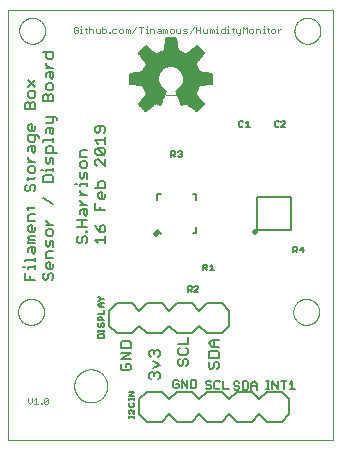
<source format=gto>
G75*
%MOIN*%
%OFA0B0*%
%FSLAX25Y25*%
%IPPOS*%
%LPD*%
%AMOC8*
5,1,8,0,0,1.08239X$1,22.5*
%
%ADD10C,0.00000*%
%ADD11C,0.00600*%
%ADD12C,0.00500*%
%ADD13C,0.00400*%
%ADD14C,0.00800*%
%ADD15C,0.02000*%
%ADD16C,0.00591*%
D10*
X0022861Y0024554D02*
X0022861Y0167861D01*
X0131129Y0167861D01*
X0131129Y0024554D01*
X0022861Y0024554D01*
X0044908Y0042664D02*
X0044910Y0042812D01*
X0044916Y0042960D01*
X0044926Y0043108D01*
X0044940Y0043255D01*
X0044958Y0043402D01*
X0044979Y0043548D01*
X0045005Y0043694D01*
X0045035Y0043839D01*
X0045068Y0043983D01*
X0045106Y0044126D01*
X0045147Y0044268D01*
X0045192Y0044409D01*
X0045240Y0044549D01*
X0045293Y0044688D01*
X0045349Y0044825D01*
X0045409Y0044960D01*
X0045472Y0045094D01*
X0045539Y0045226D01*
X0045610Y0045356D01*
X0045684Y0045484D01*
X0045761Y0045610D01*
X0045842Y0045734D01*
X0045926Y0045856D01*
X0046013Y0045975D01*
X0046104Y0046092D01*
X0046198Y0046207D01*
X0046294Y0046319D01*
X0046394Y0046429D01*
X0046496Y0046535D01*
X0046602Y0046639D01*
X0046710Y0046740D01*
X0046821Y0046838D01*
X0046934Y0046934D01*
X0047050Y0047026D01*
X0047168Y0047115D01*
X0047289Y0047200D01*
X0047412Y0047283D01*
X0047537Y0047362D01*
X0047664Y0047438D01*
X0047793Y0047510D01*
X0047924Y0047579D01*
X0048057Y0047644D01*
X0048192Y0047705D01*
X0048328Y0047763D01*
X0048465Y0047818D01*
X0048604Y0047868D01*
X0048745Y0047915D01*
X0048886Y0047958D01*
X0049029Y0047998D01*
X0049173Y0048033D01*
X0049317Y0048065D01*
X0049463Y0048092D01*
X0049609Y0048116D01*
X0049756Y0048136D01*
X0049903Y0048152D01*
X0050050Y0048164D01*
X0050198Y0048172D01*
X0050346Y0048176D01*
X0050494Y0048176D01*
X0050642Y0048172D01*
X0050790Y0048164D01*
X0050937Y0048152D01*
X0051084Y0048136D01*
X0051231Y0048116D01*
X0051377Y0048092D01*
X0051523Y0048065D01*
X0051667Y0048033D01*
X0051811Y0047998D01*
X0051954Y0047958D01*
X0052095Y0047915D01*
X0052236Y0047868D01*
X0052375Y0047818D01*
X0052512Y0047763D01*
X0052648Y0047705D01*
X0052783Y0047644D01*
X0052916Y0047579D01*
X0053047Y0047510D01*
X0053176Y0047438D01*
X0053303Y0047362D01*
X0053428Y0047283D01*
X0053551Y0047200D01*
X0053672Y0047115D01*
X0053790Y0047026D01*
X0053906Y0046934D01*
X0054019Y0046838D01*
X0054130Y0046740D01*
X0054238Y0046639D01*
X0054344Y0046535D01*
X0054446Y0046429D01*
X0054546Y0046319D01*
X0054642Y0046207D01*
X0054736Y0046092D01*
X0054827Y0045975D01*
X0054914Y0045856D01*
X0054998Y0045734D01*
X0055079Y0045610D01*
X0055156Y0045484D01*
X0055230Y0045356D01*
X0055301Y0045226D01*
X0055368Y0045094D01*
X0055431Y0044960D01*
X0055491Y0044825D01*
X0055547Y0044688D01*
X0055600Y0044549D01*
X0055648Y0044409D01*
X0055693Y0044268D01*
X0055734Y0044126D01*
X0055772Y0043983D01*
X0055805Y0043839D01*
X0055835Y0043694D01*
X0055861Y0043548D01*
X0055882Y0043402D01*
X0055900Y0043255D01*
X0055914Y0043108D01*
X0055924Y0042960D01*
X0055930Y0042812D01*
X0055932Y0042664D01*
X0055930Y0042516D01*
X0055924Y0042368D01*
X0055914Y0042220D01*
X0055900Y0042073D01*
X0055882Y0041926D01*
X0055861Y0041780D01*
X0055835Y0041634D01*
X0055805Y0041489D01*
X0055772Y0041345D01*
X0055734Y0041202D01*
X0055693Y0041060D01*
X0055648Y0040919D01*
X0055600Y0040779D01*
X0055547Y0040640D01*
X0055491Y0040503D01*
X0055431Y0040368D01*
X0055368Y0040234D01*
X0055301Y0040102D01*
X0055230Y0039972D01*
X0055156Y0039844D01*
X0055079Y0039718D01*
X0054998Y0039594D01*
X0054914Y0039472D01*
X0054827Y0039353D01*
X0054736Y0039236D01*
X0054642Y0039121D01*
X0054546Y0039009D01*
X0054446Y0038899D01*
X0054344Y0038793D01*
X0054238Y0038689D01*
X0054130Y0038588D01*
X0054019Y0038490D01*
X0053906Y0038394D01*
X0053790Y0038302D01*
X0053672Y0038213D01*
X0053551Y0038128D01*
X0053428Y0038045D01*
X0053303Y0037966D01*
X0053176Y0037890D01*
X0053047Y0037818D01*
X0052916Y0037749D01*
X0052783Y0037684D01*
X0052648Y0037623D01*
X0052512Y0037565D01*
X0052375Y0037510D01*
X0052236Y0037460D01*
X0052095Y0037413D01*
X0051954Y0037370D01*
X0051811Y0037330D01*
X0051667Y0037295D01*
X0051523Y0037263D01*
X0051377Y0037236D01*
X0051231Y0037212D01*
X0051084Y0037192D01*
X0050937Y0037176D01*
X0050790Y0037164D01*
X0050642Y0037156D01*
X0050494Y0037152D01*
X0050346Y0037152D01*
X0050198Y0037156D01*
X0050050Y0037164D01*
X0049903Y0037176D01*
X0049756Y0037192D01*
X0049609Y0037212D01*
X0049463Y0037236D01*
X0049317Y0037263D01*
X0049173Y0037295D01*
X0049029Y0037330D01*
X0048886Y0037370D01*
X0048745Y0037413D01*
X0048604Y0037460D01*
X0048465Y0037510D01*
X0048328Y0037565D01*
X0048192Y0037623D01*
X0048057Y0037684D01*
X0047924Y0037749D01*
X0047793Y0037818D01*
X0047664Y0037890D01*
X0047537Y0037966D01*
X0047412Y0038045D01*
X0047289Y0038128D01*
X0047168Y0038213D01*
X0047050Y0038302D01*
X0046934Y0038394D01*
X0046821Y0038490D01*
X0046710Y0038588D01*
X0046602Y0038689D01*
X0046496Y0038793D01*
X0046394Y0038899D01*
X0046294Y0039009D01*
X0046198Y0039121D01*
X0046104Y0039236D01*
X0046013Y0039353D01*
X0045926Y0039472D01*
X0045842Y0039594D01*
X0045761Y0039718D01*
X0045684Y0039844D01*
X0045610Y0039972D01*
X0045539Y0040102D01*
X0045472Y0040234D01*
X0045409Y0040368D01*
X0045349Y0040503D01*
X0045293Y0040640D01*
X0045240Y0040779D01*
X0045192Y0040919D01*
X0045147Y0041060D01*
X0045106Y0041202D01*
X0045068Y0041345D01*
X0045035Y0041489D01*
X0045005Y0041634D01*
X0044979Y0041780D01*
X0044958Y0041926D01*
X0044940Y0042073D01*
X0044926Y0042220D01*
X0044916Y0042368D01*
X0044910Y0042516D01*
X0044908Y0042664D01*
X0026178Y0067339D02*
X0026180Y0067470D01*
X0026186Y0067602D01*
X0026196Y0067733D01*
X0026210Y0067864D01*
X0026228Y0067994D01*
X0026250Y0068123D01*
X0026275Y0068252D01*
X0026305Y0068380D01*
X0026339Y0068507D01*
X0026376Y0068634D01*
X0026417Y0068758D01*
X0026462Y0068882D01*
X0026511Y0069004D01*
X0026563Y0069125D01*
X0026619Y0069243D01*
X0026679Y0069361D01*
X0026742Y0069476D01*
X0026809Y0069589D01*
X0026879Y0069701D01*
X0026952Y0069810D01*
X0027028Y0069916D01*
X0027108Y0070021D01*
X0027191Y0070123D01*
X0027277Y0070222D01*
X0027366Y0070319D01*
X0027458Y0070413D01*
X0027553Y0070504D01*
X0027650Y0070593D01*
X0027750Y0070678D01*
X0027853Y0070760D01*
X0027958Y0070839D01*
X0028065Y0070915D01*
X0028175Y0070987D01*
X0028287Y0071056D01*
X0028401Y0071122D01*
X0028516Y0071184D01*
X0028634Y0071243D01*
X0028753Y0071298D01*
X0028874Y0071350D01*
X0028997Y0071397D01*
X0029121Y0071441D01*
X0029246Y0071482D01*
X0029372Y0071518D01*
X0029500Y0071551D01*
X0029628Y0071579D01*
X0029757Y0071604D01*
X0029887Y0071625D01*
X0030017Y0071642D01*
X0030148Y0071655D01*
X0030279Y0071664D01*
X0030410Y0071669D01*
X0030542Y0071670D01*
X0030673Y0071667D01*
X0030805Y0071660D01*
X0030936Y0071649D01*
X0031066Y0071634D01*
X0031196Y0071615D01*
X0031326Y0071592D01*
X0031454Y0071566D01*
X0031582Y0071535D01*
X0031709Y0071500D01*
X0031835Y0071462D01*
X0031959Y0071420D01*
X0032083Y0071374D01*
X0032204Y0071324D01*
X0032324Y0071271D01*
X0032443Y0071214D01*
X0032560Y0071154D01*
X0032674Y0071090D01*
X0032787Y0071022D01*
X0032898Y0070951D01*
X0033007Y0070877D01*
X0033113Y0070800D01*
X0033217Y0070719D01*
X0033318Y0070636D01*
X0033417Y0070549D01*
X0033513Y0070459D01*
X0033606Y0070366D01*
X0033697Y0070271D01*
X0033784Y0070173D01*
X0033869Y0070072D01*
X0033950Y0069969D01*
X0034028Y0069863D01*
X0034103Y0069755D01*
X0034175Y0069645D01*
X0034243Y0069533D01*
X0034308Y0069419D01*
X0034369Y0069302D01*
X0034427Y0069184D01*
X0034481Y0069064D01*
X0034532Y0068943D01*
X0034579Y0068820D01*
X0034622Y0068696D01*
X0034661Y0068571D01*
X0034697Y0068444D01*
X0034728Y0068316D01*
X0034756Y0068188D01*
X0034780Y0068059D01*
X0034800Y0067929D01*
X0034816Y0067798D01*
X0034828Y0067667D01*
X0034836Y0067536D01*
X0034840Y0067405D01*
X0034840Y0067273D01*
X0034836Y0067142D01*
X0034828Y0067011D01*
X0034816Y0066880D01*
X0034800Y0066749D01*
X0034780Y0066619D01*
X0034756Y0066490D01*
X0034728Y0066362D01*
X0034697Y0066234D01*
X0034661Y0066107D01*
X0034622Y0065982D01*
X0034579Y0065858D01*
X0034532Y0065735D01*
X0034481Y0065614D01*
X0034427Y0065494D01*
X0034369Y0065376D01*
X0034308Y0065259D01*
X0034243Y0065145D01*
X0034175Y0065033D01*
X0034103Y0064923D01*
X0034028Y0064815D01*
X0033950Y0064709D01*
X0033869Y0064606D01*
X0033784Y0064505D01*
X0033697Y0064407D01*
X0033606Y0064312D01*
X0033513Y0064219D01*
X0033417Y0064129D01*
X0033318Y0064042D01*
X0033217Y0063959D01*
X0033113Y0063878D01*
X0033007Y0063801D01*
X0032898Y0063727D01*
X0032787Y0063656D01*
X0032675Y0063588D01*
X0032560Y0063524D01*
X0032443Y0063464D01*
X0032324Y0063407D01*
X0032204Y0063354D01*
X0032083Y0063304D01*
X0031959Y0063258D01*
X0031835Y0063216D01*
X0031709Y0063178D01*
X0031582Y0063143D01*
X0031454Y0063112D01*
X0031326Y0063086D01*
X0031196Y0063063D01*
X0031066Y0063044D01*
X0030936Y0063029D01*
X0030805Y0063018D01*
X0030673Y0063011D01*
X0030542Y0063008D01*
X0030410Y0063009D01*
X0030279Y0063014D01*
X0030148Y0063023D01*
X0030017Y0063036D01*
X0029887Y0063053D01*
X0029757Y0063074D01*
X0029628Y0063099D01*
X0029500Y0063127D01*
X0029372Y0063160D01*
X0029246Y0063196D01*
X0029121Y0063237D01*
X0028997Y0063281D01*
X0028874Y0063328D01*
X0028753Y0063380D01*
X0028634Y0063435D01*
X0028516Y0063494D01*
X0028401Y0063556D01*
X0028287Y0063622D01*
X0028175Y0063691D01*
X0028065Y0063763D01*
X0027958Y0063839D01*
X0027853Y0063918D01*
X0027750Y0064000D01*
X0027650Y0064085D01*
X0027553Y0064174D01*
X0027458Y0064265D01*
X0027366Y0064359D01*
X0027277Y0064456D01*
X0027191Y0064555D01*
X0027108Y0064657D01*
X0027028Y0064762D01*
X0026952Y0064868D01*
X0026879Y0064977D01*
X0026809Y0065089D01*
X0026742Y0065202D01*
X0026679Y0065317D01*
X0026619Y0065435D01*
X0026563Y0065553D01*
X0026511Y0065674D01*
X0026462Y0065796D01*
X0026417Y0065920D01*
X0026376Y0066044D01*
X0026339Y0066171D01*
X0026305Y0066298D01*
X0026275Y0066426D01*
X0026250Y0066555D01*
X0026228Y0066684D01*
X0026210Y0066814D01*
X0026196Y0066945D01*
X0026186Y0067076D01*
X0026180Y0067208D01*
X0026178Y0067339D01*
X0071483Y0145026D02*
X0071485Y0145174D01*
X0071491Y0145322D01*
X0071501Y0145470D01*
X0071515Y0145617D01*
X0071533Y0145764D01*
X0071554Y0145910D01*
X0071580Y0146056D01*
X0071610Y0146201D01*
X0071643Y0146345D01*
X0071681Y0146488D01*
X0071722Y0146630D01*
X0071767Y0146771D01*
X0071815Y0146911D01*
X0071868Y0147050D01*
X0071924Y0147187D01*
X0071984Y0147322D01*
X0072047Y0147456D01*
X0072114Y0147588D01*
X0072185Y0147718D01*
X0072259Y0147846D01*
X0072336Y0147972D01*
X0072417Y0148096D01*
X0072501Y0148218D01*
X0072588Y0148337D01*
X0072679Y0148454D01*
X0072773Y0148569D01*
X0072869Y0148681D01*
X0072969Y0148791D01*
X0073071Y0148897D01*
X0073177Y0149001D01*
X0073285Y0149102D01*
X0073396Y0149200D01*
X0073509Y0149296D01*
X0073625Y0149388D01*
X0073743Y0149477D01*
X0073864Y0149562D01*
X0073987Y0149645D01*
X0074112Y0149724D01*
X0074239Y0149800D01*
X0074368Y0149872D01*
X0074499Y0149941D01*
X0074632Y0150006D01*
X0074767Y0150067D01*
X0074903Y0150125D01*
X0075040Y0150180D01*
X0075179Y0150230D01*
X0075320Y0150277D01*
X0075461Y0150320D01*
X0075604Y0150360D01*
X0075748Y0150395D01*
X0075892Y0150427D01*
X0076038Y0150454D01*
X0076184Y0150478D01*
X0076331Y0150498D01*
X0076478Y0150514D01*
X0076625Y0150526D01*
X0076773Y0150534D01*
X0076921Y0150538D01*
X0077069Y0150538D01*
X0077217Y0150534D01*
X0077365Y0150526D01*
X0077512Y0150514D01*
X0077659Y0150498D01*
X0077806Y0150478D01*
X0077952Y0150454D01*
X0078098Y0150427D01*
X0078242Y0150395D01*
X0078386Y0150360D01*
X0078529Y0150320D01*
X0078670Y0150277D01*
X0078811Y0150230D01*
X0078950Y0150180D01*
X0079087Y0150125D01*
X0079223Y0150067D01*
X0079358Y0150006D01*
X0079491Y0149941D01*
X0079622Y0149872D01*
X0079751Y0149800D01*
X0079878Y0149724D01*
X0080003Y0149645D01*
X0080126Y0149562D01*
X0080247Y0149477D01*
X0080365Y0149388D01*
X0080481Y0149296D01*
X0080594Y0149200D01*
X0080705Y0149102D01*
X0080813Y0149001D01*
X0080919Y0148897D01*
X0081021Y0148791D01*
X0081121Y0148681D01*
X0081217Y0148569D01*
X0081311Y0148454D01*
X0081402Y0148337D01*
X0081489Y0148218D01*
X0081573Y0148096D01*
X0081654Y0147972D01*
X0081731Y0147846D01*
X0081805Y0147718D01*
X0081876Y0147588D01*
X0081943Y0147456D01*
X0082006Y0147322D01*
X0082066Y0147187D01*
X0082122Y0147050D01*
X0082175Y0146911D01*
X0082223Y0146771D01*
X0082268Y0146630D01*
X0082309Y0146488D01*
X0082347Y0146345D01*
X0082380Y0146201D01*
X0082410Y0146056D01*
X0082436Y0145910D01*
X0082457Y0145764D01*
X0082475Y0145617D01*
X0082489Y0145470D01*
X0082499Y0145322D01*
X0082505Y0145174D01*
X0082507Y0145026D01*
X0082505Y0144878D01*
X0082499Y0144730D01*
X0082489Y0144582D01*
X0082475Y0144435D01*
X0082457Y0144288D01*
X0082436Y0144142D01*
X0082410Y0143996D01*
X0082380Y0143851D01*
X0082347Y0143707D01*
X0082309Y0143564D01*
X0082268Y0143422D01*
X0082223Y0143281D01*
X0082175Y0143141D01*
X0082122Y0143002D01*
X0082066Y0142865D01*
X0082006Y0142730D01*
X0081943Y0142596D01*
X0081876Y0142464D01*
X0081805Y0142334D01*
X0081731Y0142206D01*
X0081654Y0142080D01*
X0081573Y0141956D01*
X0081489Y0141834D01*
X0081402Y0141715D01*
X0081311Y0141598D01*
X0081217Y0141483D01*
X0081121Y0141371D01*
X0081021Y0141261D01*
X0080919Y0141155D01*
X0080813Y0141051D01*
X0080705Y0140950D01*
X0080594Y0140852D01*
X0080481Y0140756D01*
X0080365Y0140664D01*
X0080247Y0140575D01*
X0080126Y0140490D01*
X0080003Y0140407D01*
X0079878Y0140328D01*
X0079751Y0140252D01*
X0079622Y0140180D01*
X0079491Y0140111D01*
X0079358Y0140046D01*
X0079223Y0139985D01*
X0079087Y0139927D01*
X0078950Y0139872D01*
X0078811Y0139822D01*
X0078670Y0139775D01*
X0078529Y0139732D01*
X0078386Y0139692D01*
X0078242Y0139657D01*
X0078098Y0139625D01*
X0077952Y0139598D01*
X0077806Y0139574D01*
X0077659Y0139554D01*
X0077512Y0139538D01*
X0077365Y0139526D01*
X0077217Y0139518D01*
X0077069Y0139514D01*
X0076921Y0139514D01*
X0076773Y0139518D01*
X0076625Y0139526D01*
X0076478Y0139538D01*
X0076331Y0139554D01*
X0076184Y0139574D01*
X0076038Y0139598D01*
X0075892Y0139625D01*
X0075748Y0139657D01*
X0075604Y0139692D01*
X0075461Y0139732D01*
X0075320Y0139775D01*
X0075179Y0139822D01*
X0075040Y0139872D01*
X0074903Y0139927D01*
X0074767Y0139985D01*
X0074632Y0140046D01*
X0074499Y0140111D01*
X0074368Y0140180D01*
X0074239Y0140252D01*
X0074112Y0140328D01*
X0073987Y0140407D01*
X0073864Y0140490D01*
X0073743Y0140575D01*
X0073625Y0140664D01*
X0073509Y0140756D01*
X0073396Y0140852D01*
X0073285Y0140950D01*
X0073177Y0141051D01*
X0073071Y0141155D01*
X0072969Y0141261D01*
X0072869Y0141371D01*
X0072773Y0141483D01*
X0072679Y0141598D01*
X0072588Y0141715D01*
X0072501Y0141834D01*
X0072417Y0141956D01*
X0072336Y0142080D01*
X0072259Y0142206D01*
X0072185Y0142334D01*
X0072114Y0142464D01*
X0072047Y0142596D01*
X0071984Y0142730D01*
X0071924Y0142865D01*
X0071868Y0143002D01*
X0071815Y0143141D01*
X0071767Y0143281D01*
X0071722Y0143422D01*
X0071681Y0143564D01*
X0071643Y0143707D01*
X0071610Y0143851D01*
X0071580Y0143996D01*
X0071554Y0144142D01*
X0071533Y0144288D01*
X0071515Y0144435D01*
X0071501Y0144582D01*
X0071491Y0144730D01*
X0071485Y0144878D01*
X0071483Y0145026D01*
X0026571Y0161040D02*
X0026573Y0161171D01*
X0026579Y0161303D01*
X0026589Y0161434D01*
X0026603Y0161565D01*
X0026621Y0161695D01*
X0026643Y0161824D01*
X0026668Y0161953D01*
X0026698Y0162081D01*
X0026732Y0162208D01*
X0026769Y0162335D01*
X0026810Y0162459D01*
X0026855Y0162583D01*
X0026904Y0162705D01*
X0026956Y0162826D01*
X0027012Y0162944D01*
X0027072Y0163062D01*
X0027135Y0163177D01*
X0027202Y0163290D01*
X0027272Y0163402D01*
X0027345Y0163511D01*
X0027421Y0163617D01*
X0027501Y0163722D01*
X0027584Y0163824D01*
X0027670Y0163923D01*
X0027759Y0164020D01*
X0027851Y0164114D01*
X0027946Y0164205D01*
X0028043Y0164294D01*
X0028143Y0164379D01*
X0028246Y0164461D01*
X0028351Y0164540D01*
X0028458Y0164616D01*
X0028568Y0164688D01*
X0028680Y0164757D01*
X0028794Y0164823D01*
X0028909Y0164885D01*
X0029027Y0164944D01*
X0029146Y0164999D01*
X0029267Y0165051D01*
X0029390Y0165098D01*
X0029514Y0165142D01*
X0029639Y0165183D01*
X0029765Y0165219D01*
X0029893Y0165252D01*
X0030021Y0165280D01*
X0030150Y0165305D01*
X0030280Y0165326D01*
X0030410Y0165343D01*
X0030541Y0165356D01*
X0030672Y0165365D01*
X0030803Y0165370D01*
X0030935Y0165371D01*
X0031066Y0165368D01*
X0031198Y0165361D01*
X0031329Y0165350D01*
X0031459Y0165335D01*
X0031589Y0165316D01*
X0031719Y0165293D01*
X0031847Y0165267D01*
X0031975Y0165236D01*
X0032102Y0165201D01*
X0032228Y0165163D01*
X0032352Y0165121D01*
X0032476Y0165075D01*
X0032597Y0165025D01*
X0032717Y0164972D01*
X0032836Y0164915D01*
X0032953Y0164855D01*
X0033067Y0164791D01*
X0033180Y0164723D01*
X0033291Y0164652D01*
X0033400Y0164578D01*
X0033506Y0164501D01*
X0033610Y0164420D01*
X0033711Y0164337D01*
X0033810Y0164250D01*
X0033906Y0164160D01*
X0033999Y0164067D01*
X0034090Y0163972D01*
X0034177Y0163874D01*
X0034262Y0163773D01*
X0034343Y0163670D01*
X0034421Y0163564D01*
X0034496Y0163456D01*
X0034568Y0163346D01*
X0034636Y0163234D01*
X0034701Y0163120D01*
X0034762Y0163003D01*
X0034820Y0162885D01*
X0034874Y0162765D01*
X0034925Y0162644D01*
X0034972Y0162521D01*
X0035015Y0162397D01*
X0035054Y0162272D01*
X0035090Y0162145D01*
X0035121Y0162017D01*
X0035149Y0161889D01*
X0035173Y0161760D01*
X0035193Y0161630D01*
X0035209Y0161499D01*
X0035221Y0161368D01*
X0035229Y0161237D01*
X0035233Y0161106D01*
X0035233Y0160974D01*
X0035229Y0160843D01*
X0035221Y0160712D01*
X0035209Y0160581D01*
X0035193Y0160450D01*
X0035173Y0160320D01*
X0035149Y0160191D01*
X0035121Y0160063D01*
X0035090Y0159935D01*
X0035054Y0159808D01*
X0035015Y0159683D01*
X0034972Y0159559D01*
X0034925Y0159436D01*
X0034874Y0159315D01*
X0034820Y0159195D01*
X0034762Y0159077D01*
X0034701Y0158960D01*
X0034636Y0158846D01*
X0034568Y0158734D01*
X0034496Y0158624D01*
X0034421Y0158516D01*
X0034343Y0158410D01*
X0034262Y0158307D01*
X0034177Y0158206D01*
X0034090Y0158108D01*
X0033999Y0158013D01*
X0033906Y0157920D01*
X0033810Y0157830D01*
X0033711Y0157743D01*
X0033610Y0157660D01*
X0033506Y0157579D01*
X0033400Y0157502D01*
X0033291Y0157428D01*
X0033180Y0157357D01*
X0033068Y0157289D01*
X0032953Y0157225D01*
X0032836Y0157165D01*
X0032717Y0157108D01*
X0032597Y0157055D01*
X0032476Y0157005D01*
X0032352Y0156959D01*
X0032228Y0156917D01*
X0032102Y0156879D01*
X0031975Y0156844D01*
X0031847Y0156813D01*
X0031719Y0156787D01*
X0031589Y0156764D01*
X0031459Y0156745D01*
X0031329Y0156730D01*
X0031198Y0156719D01*
X0031066Y0156712D01*
X0030935Y0156709D01*
X0030803Y0156710D01*
X0030672Y0156715D01*
X0030541Y0156724D01*
X0030410Y0156737D01*
X0030280Y0156754D01*
X0030150Y0156775D01*
X0030021Y0156800D01*
X0029893Y0156828D01*
X0029765Y0156861D01*
X0029639Y0156897D01*
X0029514Y0156938D01*
X0029390Y0156982D01*
X0029267Y0157029D01*
X0029146Y0157081D01*
X0029027Y0157136D01*
X0028909Y0157195D01*
X0028794Y0157257D01*
X0028680Y0157323D01*
X0028568Y0157392D01*
X0028458Y0157464D01*
X0028351Y0157540D01*
X0028246Y0157619D01*
X0028143Y0157701D01*
X0028043Y0157786D01*
X0027946Y0157875D01*
X0027851Y0157966D01*
X0027759Y0158060D01*
X0027670Y0158157D01*
X0027584Y0158256D01*
X0027501Y0158358D01*
X0027421Y0158463D01*
X0027345Y0158569D01*
X0027272Y0158678D01*
X0027202Y0158790D01*
X0027135Y0158903D01*
X0027072Y0159018D01*
X0027012Y0159136D01*
X0026956Y0159254D01*
X0026904Y0159375D01*
X0026855Y0159497D01*
X0026810Y0159621D01*
X0026769Y0159745D01*
X0026732Y0159872D01*
X0026698Y0159999D01*
X0026668Y0160127D01*
X0026643Y0160256D01*
X0026621Y0160385D01*
X0026603Y0160515D01*
X0026589Y0160646D01*
X0026579Y0160777D01*
X0026573Y0160909D01*
X0026571Y0161040D01*
X0118304Y0161040D02*
X0118306Y0161171D01*
X0118312Y0161303D01*
X0118322Y0161434D01*
X0118336Y0161565D01*
X0118354Y0161695D01*
X0118376Y0161824D01*
X0118401Y0161953D01*
X0118431Y0162081D01*
X0118465Y0162208D01*
X0118502Y0162335D01*
X0118543Y0162459D01*
X0118588Y0162583D01*
X0118637Y0162705D01*
X0118689Y0162826D01*
X0118745Y0162944D01*
X0118805Y0163062D01*
X0118868Y0163177D01*
X0118935Y0163290D01*
X0119005Y0163402D01*
X0119078Y0163511D01*
X0119154Y0163617D01*
X0119234Y0163722D01*
X0119317Y0163824D01*
X0119403Y0163923D01*
X0119492Y0164020D01*
X0119584Y0164114D01*
X0119679Y0164205D01*
X0119776Y0164294D01*
X0119876Y0164379D01*
X0119979Y0164461D01*
X0120084Y0164540D01*
X0120191Y0164616D01*
X0120301Y0164688D01*
X0120413Y0164757D01*
X0120527Y0164823D01*
X0120642Y0164885D01*
X0120760Y0164944D01*
X0120879Y0164999D01*
X0121000Y0165051D01*
X0121123Y0165098D01*
X0121247Y0165142D01*
X0121372Y0165183D01*
X0121498Y0165219D01*
X0121626Y0165252D01*
X0121754Y0165280D01*
X0121883Y0165305D01*
X0122013Y0165326D01*
X0122143Y0165343D01*
X0122274Y0165356D01*
X0122405Y0165365D01*
X0122536Y0165370D01*
X0122668Y0165371D01*
X0122799Y0165368D01*
X0122931Y0165361D01*
X0123062Y0165350D01*
X0123192Y0165335D01*
X0123322Y0165316D01*
X0123452Y0165293D01*
X0123580Y0165267D01*
X0123708Y0165236D01*
X0123835Y0165201D01*
X0123961Y0165163D01*
X0124085Y0165121D01*
X0124209Y0165075D01*
X0124330Y0165025D01*
X0124450Y0164972D01*
X0124569Y0164915D01*
X0124686Y0164855D01*
X0124800Y0164791D01*
X0124913Y0164723D01*
X0125024Y0164652D01*
X0125133Y0164578D01*
X0125239Y0164501D01*
X0125343Y0164420D01*
X0125444Y0164337D01*
X0125543Y0164250D01*
X0125639Y0164160D01*
X0125732Y0164067D01*
X0125823Y0163972D01*
X0125910Y0163874D01*
X0125995Y0163773D01*
X0126076Y0163670D01*
X0126154Y0163564D01*
X0126229Y0163456D01*
X0126301Y0163346D01*
X0126369Y0163234D01*
X0126434Y0163120D01*
X0126495Y0163003D01*
X0126553Y0162885D01*
X0126607Y0162765D01*
X0126658Y0162644D01*
X0126705Y0162521D01*
X0126748Y0162397D01*
X0126787Y0162272D01*
X0126823Y0162145D01*
X0126854Y0162017D01*
X0126882Y0161889D01*
X0126906Y0161760D01*
X0126926Y0161630D01*
X0126942Y0161499D01*
X0126954Y0161368D01*
X0126962Y0161237D01*
X0126966Y0161106D01*
X0126966Y0160974D01*
X0126962Y0160843D01*
X0126954Y0160712D01*
X0126942Y0160581D01*
X0126926Y0160450D01*
X0126906Y0160320D01*
X0126882Y0160191D01*
X0126854Y0160063D01*
X0126823Y0159935D01*
X0126787Y0159808D01*
X0126748Y0159683D01*
X0126705Y0159559D01*
X0126658Y0159436D01*
X0126607Y0159315D01*
X0126553Y0159195D01*
X0126495Y0159077D01*
X0126434Y0158960D01*
X0126369Y0158846D01*
X0126301Y0158734D01*
X0126229Y0158624D01*
X0126154Y0158516D01*
X0126076Y0158410D01*
X0125995Y0158307D01*
X0125910Y0158206D01*
X0125823Y0158108D01*
X0125732Y0158013D01*
X0125639Y0157920D01*
X0125543Y0157830D01*
X0125444Y0157743D01*
X0125343Y0157660D01*
X0125239Y0157579D01*
X0125133Y0157502D01*
X0125024Y0157428D01*
X0124913Y0157357D01*
X0124801Y0157289D01*
X0124686Y0157225D01*
X0124569Y0157165D01*
X0124450Y0157108D01*
X0124330Y0157055D01*
X0124209Y0157005D01*
X0124085Y0156959D01*
X0123961Y0156917D01*
X0123835Y0156879D01*
X0123708Y0156844D01*
X0123580Y0156813D01*
X0123452Y0156787D01*
X0123322Y0156764D01*
X0123192Y0156745D01*
X0123062Y0156730D01*
X0122931Y0156719D01*
X0122799Y0156712D01*
X0122668Y0156709D01*
X0122536Y0156710D01*
X0122405Y0156715D01*
X0122274Y0156724D01*
X0122143Y0156737D01*
X0122013Y0156754D01*
X0121883Y0156775D01*
X0121754Y0156800D01*
X0121626Y0156828D01*
X0121498Y0156861D01*
X0121372Y0156897D01*
X0121247Y0156938D01*
X0121123Y0156982D01*
X0121000Y0157029D01*
X0120879Y0157081D01*
X0120760Y0157136D01*
X0120642Y0157195D01*
X0120527Y0157257D01*
X0120413Y0157323D01*
X0120301Y0157392D01*
X0120191Y0157464D01*
X0120084Y0157540D01*
X0119979Y0157619D01*
X0119876Y0157701D01*
X0119776Y0157786D01*
X0119679Y0157875D01*
X0119584Y0157966D01*
X0119492Y0158060D01*
X0119403Y0158157D01*
X0119317Y0158256D01*
X0119234Y0158358D01*
X0119154Y0158463D01*
X0119078Y0158569D01*
X0119005Y0158678D01*
X0118935Y0158790D01*
X0118868Y0158903D01*
X0118805Y0159018D01*
X0118745Y0159136D01*
X0118689Y0159254D01*
X0118637Y0159375D01*
X0118588Y0159497D01*
X0118543Y0159621D01*
X0118502Y0159745D01*
X0118465Y0159872D01*
X0118431Y0159999D01*
X0118401Y0160127D01*
X0118376Y0160256D01*
X0118354Y0160385D01*
X0118336Y0160515D01*
X0118322Y0160646D01*
X0118312Y0160777D01*
X0118306Y0160909D01*
X0118304Y0161040D01*
X0117910Y0067339D02*
X0117912Y0067470D01*
X0117918Y0067602D01*
X0117928Y0067733D01*
X0117942Y0067864D01*
X0117960Y0067994D01*
X0117982Y0068123D01*
X0118007Y0068252D01*
X0118037Y0068380D01*
X0118071Y0068507D01*
X0118108Y0068634D01*
X0118149Y0068758D01*
X0118194Y0068882D01*
X0118243Y0069004D01*
X0118295Y0069125D01*
X0118351Y0069243D01*
X0118411Y0069361D01*
X0118474Y0069476D01*
X0118541Y0069589D01*
X0118611Y0069701D01*
X0118684Y0069810D01*
X0118760Y0069916D01*
X0118840Y0070021D01*
X0118923Y0070123D01*
X0119009Y0070222D01*
X0119098Y0070319D01*
X0119190Y0070413D01*
X0119285Y0070504D01*
X0119382Y0070593D01*
X0119482Y0070678D01*
X0119585Y0070760D01*
X0119690Y0070839D01*
X0119797Y0070915D01*
X0119907Y0070987D01*
X0120019Y0071056D01*
X0120133Y0071122D01*
X0120248Y0071184D01*
X0120366Y0071243D01*
X0120485Y0071298D01*
X0120606Y0071350D01*
X0120729Y0071397D01*
X0120853Y0071441D01*
X0120978Y0071482D01*
X0121104Y0071518D01*
X0121232Y0071551D01*
X0121360Y0071579D01*
X0121489Y0071604D01*
X0121619Y0071625D01*
X0121749Y0071642D01*
X0121880Y0071655D01*
X0122011Y0071664D01*
X0122142Y0071669D01*
X0122274Y0071670D01*
X0122405Y0071667D01*
X0122537Y0071660D01*
X0122668Y0071649D01*
X0122798Y0071634D01*
X0122928Y0071615D01*
X0123058Y0071592D01*
X0123186Y0071566D01*
X0123314Y0071535D01*
X0123441Y0071500D01*
X0123567Y0071462D01*
X0123691Y0071420D01*
X0123815Y0071374D01*
X0123936Y0071324D01*
X0124056Y0071271D01*
X0124175Y0071214D01*
X0124292Y0071154D01*
X0124406Y0071090D01*
X0124519Y0071022D01*
X0124630Y0070951D01*
X0124739Y0070877D01*
X0124845Y0070800D01*
X0124949Y0070719D01*
X0125050Y0070636D01*
X0125149Y0070549D01*
X0125245Y0070459D01*
X0125338Y0070366D01*
X0125429Y0070271D01*
X0125516Y0070173D01*
X0125601Y0070072D01*
X0125682Y0069969D01*
X0125760Y0069863D01*
X0125835Y0069755D01*
X0125907Y0069645D01*
X0125975Y0069533D01*
X0126040Y0069419D01*
X0126101Y0069302D01*
X0126159Y0069184D01*
X0126213Y0069064D01*
X0126264Y0068943D01*
X0126311Y0068820D01*
X0126354Y0068696D01*
X0126393Y0068571D01*
X0126429Y0068444D01*
X0126460Y0068316D01*
X0126488Y0068188D01*
X0126512Y0068059D01*
X0126532Y0067929D01*
X0126548Y0067798D01*
X0126560Y0067667D01*
X0126568Y0067536D01*
X0126572Y0067405D01*
X0126572Y0067273D01*
X0126568Y0067142D01*
X0126560Y0067011D01*
X0126548Y0066880D01*
X0126532Y0066749D01*
X0126512Y0066619D01*
X0126488Y0066490D01*
X0126460Y0066362D01*
X0126429Y0066234D01*
X0126393Y0066107D01*
X0126354Y0065982D01*
X0126311Y0065858D01*
X0126264Y0065735D01*
X0126213Y0065614D01*
X0126159Y0065494D01*
X0126101Y0065376D01*
X0126040Y0065259D01*
X0125975Y0065145D01*
X0125907Y0065033D01*
X0125835Y0064923D01*
X0125760Y0064815D01*
X0125682Y0064709D01*
X0125601Y0064606D01*
X0125516Y0064505D01*
X0125429Y0064407D01*
X0125338Y0064312D01*
X0125245Y0064219D01*
X0125149Y0064129D01*
X0125050Y0064042D01*
X0124949Y0063959D01*
X0124845Y0063878D01*
X0124739Y0063801D01*
X0124630Y0063727D01*
X0124519Y0063656D01*
X0124407Y0063588D01*
X0124292Y0063524D01*
X0124175Y0063464D01*
X0124056Y0063407D01*
X0123936Y0063354D01*
X0123815Y0063304D01*
X0123691Y0063258D01*
X0123567Y0063216D01*
X0123441Y0063178D01*
X0123314Y0063143D01*
X0123186Y0063112D01*
X0123058Y0063086D01*
X0122928Y0063063D01*
X0122798Y0063044D01*
X0122668Y0063029D01*
X0122537Y0063018D01*
X0122405Y0063011D01*
X0122274Y0063008D01*
X0122142Y0063009D01*
X0122011Y0063014D01*
X0121880Y0063023D01*
X0121749Y0063036D01*
X0121619Y0063053D01*
X0121489Y0063074D01*
X0121360Y0063099D01*
X0121232Y0063127D01*
X0121104Y0063160D01*
X0120978Y0063196D01*
X0120853Y0063237D01*
X0120729Y0063281D01*
X0120606Y0063328D01*
X0120485Y0063380D01*
X0120366Y0063435D01*
X0120248Y0063494D01*
X0120133Y0063556D01*
X0120019Y0063622D01*
X0119907Y0063691D01*
X0119797Y0063763D01*
X0119690Y0063839D01*
X0119585Y0063918D01*
X0119482Y0064000D01*
X0119382Y0064085D01*
X0119285Y0064174D01*
X0119190Y0064265D01*
X0119098Y0064359D01*
X0119009Y0064456D01*
X0118923Y0064555D01*
X0118840Y0064657D01*
X0118760Y0064762D01*
X0118684Y0064868D01*
X0118611Y0064977D01*
X0118541Y0065089D01*
X0118474Y0065202D01*
X0118411Y0065317D01*
X0118351Y0065435D01*
X0118295Y0065553D01*
X0118243Y0065674D01*
X0118194Y0065796D01*
X0118149Y0065920D01*
X0118108Y0066044D01*
X0118071Y0066171D01*
X0118037Y0066298D01*
X0118007Y0066426D01*
X0117982Y0066555D01*
X0117960Y0066684D01*
X0117942Y0066814D01*
X0117928Y0066945D01*
X0117918Y0067076D01*
X0117912Y0067208D01*
X0117910Y0067339D01*
D11*
X0093140Y0058069D02*
X0090872Y0058069D01*
X0089738Y0056935D01*
X0090872Y0055801D01*
X0093140Y0055801D01*
X0092573Y0054386D02*
X0090305Y0054386D01*
X0089738Y0053819D01*
X0089738Y0052117D01*
X0093140Y0052117D01*
X0093140Y0053819D01*
X0092573Y0054386D01*
X0091439Y0055801D02*
X0091439Y0058069D01*
X0092006Y0050703D02*
X0092573Y0050703D01*
X0093140Y0050136D01*
X0093140Y0049001D01*
X0092573Y0048434D01*
X0091439Y0049001D02*
X0091439Y0050136D01*
X0092006Y0050703D01*
X0090305Y0050703D02*
X0089738Y0050136D01*
X0089738Y0049001D01*
X0090305Y0048434D01*
X0090872Y0048434D01*
X0091439Y0049001D01*
X0082840Y0050001D02*
X0082273Y0049434D01*
X0082840Y0050001D02*
X0082840Y0051136D01*
X0082273Y0051703D01*
X0081706Y0051703D01*
X0081139Y0051136D01*
X0081139Y0050001D01*
X0080572Y0049434D01*
X0080005Y0049434D01*
X0079438Y0050001D01*
X0079438Y0051136D01*
X0080005Y0051703D01*
X0080005Y0053117D02*
X0082273Y0053117D01*
X0082840Y0053685D01*
X0082840Y0054819D01*
X0082273Y0055386D01*
X0082840Y0056801D02*
X0082840Y0059069D01*
X0082840Y0056801D02*
X0079438Y0056801D01*
X0080005Y0055386D02*
X0079438Y0054819D01*
X0079438Y0053685D01*
X0080005Y0053117D01*
X0073340Y0052824D02*
X0072773Y0052257D01*
X0073340Y0052824D02*
X0073340Y0053959D01*
X0072773Y0054526D01*
X0072206Y0054526D01*
X0071639Y0053959D01*
X0071639Y0053392D01*
X0071639Y0053959D02*
X0071072Y0054526D01*
X0070505Y0054526D01*
X0069938Y0053959D01*
X0069938Y0052824D01*
X0070505Y0052257D01*
X0071072Y0050843D02*
X0073340Y0049708D01*
X0071072Y0048574D01*
X0071072Y0047160D02*
X0071639Y0046592D01*
X0072206Y0047160D01*
X0072773Y0047160D01*
X0073340Y0046592D01*
X0073340Y0045458D01*
X0072773Y0044891D01*
X0071639Y0046025D02*
X0071639Y0046592D01*
X0071072Y0047160D02*
X0070505Y0047160D01*
X0069938Y0046592D01*
X0069938Y0045458D01*
X0070505Y0044891D01*
X0063740Y0048401D02*
X0063740Y0049536D01*
X0063173Y0050103D01*
X0062039Y0050103D01*
X0062039Y0048969D01*
X0060905Y0050103D02*
X0060338Y0049536D01*
X0060338Y0048401D01*
X0060905Y0047834D01*
X0063173Y0047834D01*
X0063740Y0048401D01*
X0063740Y0051517D02*
X0060338Y0051517D01*
X0063740Y0053786D01*
X0060338Y0053786D01*
X0060338Y0055201D02*
X0060338Y0056902D01*
X0060905Y0057469D01*
X0063173Y0057469D01*
X0063740Y0056902D01*
X0063740Y0055201D01*
X0060338Y0055201D01*
X0037348Y0078003D02*
X0037915Y0078571D01*
X0037915Y0079705D01*
X0037348Y0080272D01*
X0036781Y0080272D01*
X0036214Y0079705D01*
X0036214Y0078571D01*
X0035647Y0078003D01*
X0035079Y0078003D01*
X0034512Y0078571D01*
X0034512Y0079705D01*
X0035079Y0080272D01*
X0036214Y0081687D02*
X0035647Y0082254D01*
X0035647Y0083388D01*
X0036214Y0083955D01*
X0036781Y0083955D01*
X0036781Y0081687D01*
X0037348Y0081687D02*
X0036214Y0081687D01*
X0037348Y0081687D02*
X0037915Y0082254D01*
X0037915Y0083388D01*
X0037915Y0085370D02*
X0035647Y0085370D01*
X0035647Y0087071D01*
X0036214Y0087638D01*
X0037915Y0087638D01*
X0037915Y0089053D02*
X0037915Y0090754D01*
X0037348Y0091321D01*
X0036781Y0090754D01*
X0036781Y0089620D01*
X0036214Y0089053D01*
X0035647Y0089620D01*
X0035647Y0091321D01*
X0036214Y0092736D02*
X0035647Y0093303D01*
X0035647Y0094437D01*
X0036214Y0095005D01*
X0037348Y0095005D01*
X0037915Y0094437D01*
X0037915Y0093303D01*
X0037348Y0092736D01*
X0036214Y0092736D01*
X0036781Y0096419D02*
X0035647Y0097553D01*
X0035647Y0098121D01*
X0035647Y0096419D02*
X0037915Y0096419D01*
X0037915Y0103172D02*
X0034512Y0105440D01*
X0031915Y0108036D02*
X0031348Y0107469D01*
X0031915Y0108036D02*
X0031915Y0109170D01*
X0031348Y0109737D01*
X0030781Y0109737D01*
X0030214Y0109170D01*
X0030214Y0108036D01*
X0029647Y0107469D01*
X0029079Y0107469D01*
X0028512Y0108036D01*
X0028512Y0109170D01*
X0029079Y0109737D01*
X0029647Y0111152D02*
X0029647Y0112286D01*
X0029079Y0111719D02*
X0031348Y0111719D01*
X0031915Y0112286D01*
X0031348Y0113607D02*
X0030214Y0113607D01*
X0029647Y0114174D01*
X0029647Y0115309D01*
X0030214Y0115876D01*
X0031348Y0115876D01*
X0031915Y0115309D01*
X0031915Y0114174D01*
X0031348Y0113607D01*
X0033945Y0114788D02*
X0034512Y0114788D01*
X0035647Y0114788D02*
X0037915Y0114788D01*
X0037915Y0114221D02*
X0037915Y0115355D01*
X0037915Y0116676D02*
X0037915Y0118378D01*
X0037348Y0118945D01*
X0036781Y0118378D01*
X0036781Y0117244D01*
X0036214Y0116676D01*
X0035647Y0117244D01*
X0035647Y0118945D01*
X0035647Y0120360D02*
X0035647Y0122061D01*
X0036214Y0122628D01*
X0037348Y0122628D01*
X0037915Y0122061D01*
X0037915Y0120360D01*
X0039050Y0120360D02*
X0035647Y0120360D01*
X0031915Y0120927D02*
X0031348Y0120360D01*
X0030781Y0120927D01*
X0030781Y0122628D01*
X0030214Y0122628D02*
X0031915Y0122628D01*
X0031915Y0120927D01*
X0029647Y0120927D02*
X0029647Y0122061D01*
X0030214Y0122628D01*
X0030214Y0124043D02*
X0031348Y0124043D01*
X0031915Y0124610D01*
X0031915Y0126311D01*
X0032482Y0126311D02*
X0029647Y0126311D01*
X0029647Y0124610D01*
X0030214Y0124043D01*
X0032482Y0126311D02*
X0033050Y0125744D01*
X0033050Y0125177D01*
X0034512Y0124610D02*
X0037915Y0124610D01*
X0037915Y0124043D02*
X0037915Y0125177D01*
X0037348Y0126498D02*
X0036781Y0127065D01*
X0036781Y0128767D01*
X0036214Y0128767D02*
X0037915Y0128767D01*
X0037915Y0127065D01*
X0037348Y0126498D01*
X0035647Y0127065D02*
X0035647Y0128200D01*
X0036214Y0128767D01*
X0035647Y0130181D02*
X0037348Y0130181D01*
X0037915Y0130748D01*
X0037915Y0132450D01*
X0038482Y0132450D02*
X0039050Y0131883D01*
X0039050Y0131316D01*
X0038482Y0132450D02*
X0035647Y0132450D01*
X0031915Y0135092D02*
X0031915Y0136794D01*
X0031348Y0137361D01*
X0030781Y0137361D01*
X0030214Y0136794D01*
X0030214Y0135092D01*
X0031915Y0135092D02*
X0028512Y0135092D01*
X0028512Y0136794D01*
X0029079Y0137361D01*
X0029647Y0137361D01*
X0030214Y0136794D01*
X0030214Y0138775D02*
X0031348Y0138775D01*
X0031915Y0139342D01*
X0031915Y0140477D01*
X0031348Y0141044D01*
X0030214Y0141044D01*
X0029647Y0140477D01*
X0029647Y0139342D01*
X0030214Y0138775D01*
X0029647Y0142458D02*
X0031915Y0144727D01*
X0029647Y0144727D02*
X0031915Y0142458D01*
X0035647Y0142932D02*
X0035647Y0141798D01*
X0036214Y0141231D01*
X0037348Y0141231D01*
X0037915Y0141798D01*
X0037915Y0142932D01*
X0037348Y0143499D01*
X0036214Y0143499D01*
X0035647Y0142932D01*
X0035647Y0145481D02*
X0035647Y0146615D01*
X0036214Y0147182D01*
X0037915Y0147182D01*
X0037915Y0145481D01*
X0037348Y0144914D01*
X0036781Y0145481D01*
X0036781Y0147182D01*
X0036781Y0148597D02*
X0035647Y0149731D01*
X0035647Y0150298D01*
X0036214Y0151666D02*
X0035647Y0152233D01*
X0035647Y0153935D01*
X0034512Y0153935D02*
X0037915Y0153935D01*
X0037915Y0152233D01*
X0037348Y0151666D01*
X0036214Y0151666D01*
X0035647Y0148597D02*
X0037915Y0148597D01*
X0037348Y0139816D02*
X0037915Y0139249D01*
X0037915Y0137548D01*
X0034512Y0137548D01*
X0034512Y0139249D01*
X0035079Y0139816D01*
X0035647Y0139816D01*
X0036214Y0139249D01*
X0036214Y0137548D01*
X0036214Y0139249D02*
X0036781Y0139816D01*
X0037348Y0139816D01*
X0031915Y0129427D02*
X0031915Y0128293D01*
X0031348Y0127726D01*
X0030214Y0127726D01*
X0029647Y0128293D01*
X0029647Y0129427D01*
X0030214Y0129994D01*
X0030781Y0129994D01*
X0030781Y0127726D01*
X0034512Y0124610D02*
X0034512Y0124043D01*
X0029647Y0118992D02*
X0029647Y0118425D01*
X0030781Y0117290D01*
X0031915Y0117290D02*
X0029647Y0117290D01*
X0035647Y0114788D02*
X0035647Y0114221D01*
X0035079Y0112806D02*
X0034512Y0112239D01*
X0034512Y0110538D01*
X0037915Y0110538D01*
X0037915Y0112239D01*
X0037348Y0112806D01*
X0035079Y0112806D01*
X0045268Y0109805D02*
X0045835Y0109805D01*
X0046969Y0109805D02*
X0049238Y0109805D01*
X0049238Y0109238D02*
X0049238Y0110372D01*
X0049238Y0111693D02*
X0049238Y0113395D01*
X0048671Y0113962D01*
X0048104Y0113395D01*
X0048104Y0112260D01*
X0047537Y0111693D01*
X0046969Y0112260D01*
X0046969Y0113962D01*
X0047537Y0115376D02*
X0048671Y0115376D01*
X0049238Y0115943D01*
X0049238Y0117078D01*
X0048671Y0117645D01*
X0047537Y0117645D01*
X0046969Y0117078D01*
X0046969Y0115943D01*
X0047537Y0115376D01*
X0046969Y0119059D02*
X0046969Y0120761D01*
X0047537Y0121328D01*
X0049238Y0121328D01*
X0049238Y0119059D02*
X0046969Y0119059D01*
X0051835Y0120240D02*
X0052402Y0119673D01*
X0054671Y0119673D01*
X0052402Y0121942D01*
X0054671Y0121942D01*
X0055238Y0121375D01*
X0055238Y0120240D01*
X0054671Y0119673D01*
X0055238Y0118259D02*
X0055238Y0115990D01*
X0052969Y0118259D01*
X0052402Y0118259D01*
X0051835Y0117692D01*
X0051835Y0116557D01*
X0052402Y0115990D01*
X0051835Y0120240D02*
X0051835Y0121375D01*
X0052402Y0121942D01*
X0052969Y0123356D02*
X0051835Y0124491D01*
X0055238Y0124491D01*
X0055238Y0125625D02*
X0055238Y0123356D01*
X0054671Y0127040D02*
X0055238Y0127607D01*
X0055238Y0128741D01*
X0054671Y0129308D01*
X0052402Y0129308D01*
X0051835Y0128741D01*
X0051835Y0127607D01*
X0052402Y0127040D01*
X0052969Y0127040D01*
X0053537Y0127607D01*
X0053537Y0129308D01*
X0053537Y0110892D02*
X0052969Y0110325D01*
X0052969Y0108624D01*
X0051835Y0108624D02*
X0055238Y0108624D01*
X0055238Y0110325D01*
X0054671Y0110892D01*
X0053537Y0110892D01*
X0053537Y0107209D02*
X0052969Y0106642D01*
X0052969Y0105508D01*
X0053537Y0104941D01*
X0054671Y0104941D01*
X0055238Y0105508D01*
X0055238Y0106642D01*
X0054104Y0107209D02*
X0054104Y0104941D01*
X0054104Y0107209D02*
X0053537Y0107209D01*
X0051835Y0103526D02*
X0051835Y0101258D01*
X0055238Y0101258D01*
X0053537Y0101258D02*
X0053537Y0102392D01*
X0049238Y0103099D02*
X0046969Y0103099D01*
X0046969Y0104233D02*
X0046969Y0104801D01*
X0046969Y0104233D02*
X0048104Y0103099D01*
X0048104Y0101685D02*
X0048104Y0099983D01*
X0048671Y0099416D01*
X0049238Y0099983D01*
X0049238Y0101685D01*
X0047537Y0101685D01*
X0046969Y0101117D01*
X0046969Y0099983D01*
X0047537Y0098001D02*
X0047537Y0095733D01*
X0049238Y0095733D02*
X0045835Y0095733D01*
X0045835Y0098001D02*
X0049238Y0098001D01*
X0051835Y0096160D02*
X0052402Y0095026D01*
X0053537Y0093891D01*
X0053537Y0095593D01*
X0054104Y0096160D01*
X0054671Y0096160D01*
X0055238Y0095593D01*
X0055238Y0094458D01*
X0054671Y0093891D01*
X0053537Y0093891D01*
X0055238Y0092477D02*
X0055238Y0090208D01*
X0055238Y0091342D02*
X0051835Y0091342D01*
X0052969Y0090208D01*
X0049238Y0090775D02*
X0048671Y0090208D01*
X0049238Y0090775D02*
X0049238Y0091910D01*
X0048671Y0092477D01*
X0048104Y0092477D01*
X0047537Y0091910D01*
X0047537Y0090775D01*
X0046969Y0090208D01*
X0046402Y0090208D01*
X0045835Y0090775D01*
X0045835Y0091910D01*
X0046402Y0092477D01*
X0048671Y0093891D02*
X0048671Y0094458D01*
X0049238Y0094458D01*
X0049238Y0093891D01*
X0048671Y0093891D01*
X0049238Y0106168D02*
X0046969Y0106168D01*
X0046969Y0107303D02*
X0046969Y0107870D01*
X0046969Y0107303D02*
X0048104Y0106168D01*
X0046969Y0109238D02*
X0046969Y0109805D01*
X0031915Y0102464D02*
X0031348Y0101897D01*
X0029079Y0101897D01*
X0029647Y0101330D02*
X0029647Y0102464D01*
X0030214Y0099915D02*
X0031915Y0099915D01*
X0030214Y0099915D02*
X0029647Y0099348D01*
X0029647Y0097647D01*
X0031915Y0097647D01*
X0030781Y0096232D02*
X0030781Y0093964D01*
X0031348Y0093964D02*
X0030214Y0093964D01*
X0029647Y0094531D01*
X0029647Y0095665D01*
X0030214Y0096232D01*
X0030781Y0096232D01*
X0031915Y0095665D02*
X0031915Y0094531D01*
X0031348Y0093964D01*
X0031915Y0092549D02*
X0030214Y0092549D01*
X0029647Y0091982D01*
X0030214Y0091415D01*
X0031915Y0091415D01*
X0031915Y0090281D02*
X0029647Y0090281D01*
X0029647Y0090848D01*
X0030214Y0091415D01*
X0030214Y0088866D02*
X0031915Y0088866D01*
X0031915Y0087165D01*
X0031348Y0086597D01*
X0030781Y0087165D01*
X0030781Y0088866D01*
X0030214Y0088866D02*
X0029647Y0088299D01*
X0029647Y0087165D01*
X0028512Y0084709D02*
X0031915Y0084709D01*
X0031915Y0084142D02*
X0031915Y0085276D01*
X0031915Y0082821D02*
X0031915Y0081687D01*
X0031915Y0082254D02*
X0029647Y0082254D01*
X0029647Y0081687D01*
X0028512Y0082254D02*
X0027945Y0082254D01*
X0028512Y0084142D02*
X0028512Y0084709D01*
X0028512Y0080272D02*
X0028512Y0078003D01*
X0031915Y0078003D01*
X0030214Y0078003D02*
X0030214Y0079138D01*
D12*
X0052926Y0072374D02*
X0053243Y0072374D01*
X0053877Y0071740D01*
X0054827Y0071740D01*
X0053877Y0071740D02*
X0053243Y0071106D01*
X0052926Y0071106D01*
X0053560Y0070164D02*
X0052926Y0069530D01*
X0053560Y0068896D01*
X0054827Y0068896D01*
X0054827Y0067954D02*
X0054827Y0066686D01*
X0052926Y0066686D01*
X0053243Y0065744D02*
X0052926Y0065427D01*
X0052926Y0064476D01*
X0054827Y0064476D01*
X0054194Y0064476D02*
X0054194Y0065427D01*
X0053877Y0065744D01*
X0053243Y0065744D01*
X0053877Y0068896D02*
X0053877Y0070164D01*
X0053560Y0070164D02*
X0054827Y0070164D01*
X0054510Y0063534D02*
X0054827Y0063217D01*
X0054827Y0062583D01*
X0054510Y0062266D01*
X0053877Y0062583D02*
X0053877Y0063217D01*
X0054194Y0063534D01*
X0054510Y0063534D01*
X0053877Y0062583D02*
X0053560Y0062266D01*
X0053243Y0062266D01*
X0052926Y0062583D01*
X0052926Y0063217D01*
X0053243Y0063534D01*
X0052926Y0061427D02*
X0052926Y0060793D01*
X0052926Y0061110D02*
X0054827Y0061110D01*
X0054827Y0060793D02*
X0054827Y0061427D01*
X0054510Y0059851D02*
X0053243Y0059851D01*
X0052926Y0059534D01*
X0052926Y0058583D01*
X0054827Y0058583D01*
X0054827Y0059534D01*
X0054510Y0059851D01*
X0063034Y0040603D02*
X0064936Y0040603D01*
X0063034Y0039335D01*
X0064936Y0039335D01*
X0064936Y0038496D02*
X0064936Y0037862D01*
X0064936Y0038179D02*
X0063034Y0038179D01*
X0063034Y0037862D02*
X0063034Y0038496D01*
X0063351Y0036920D02*
X0063034Y0036603D01*
X0063034Y0035969D01*
X0063351Y0035652D01*
X0064619Y0035652D01*
X0064936Y0035969D01*
X0064936Y0036603D01*
X0064619Y0036920D01*
X0064936Y0034710D02*
X0064936Y0033442D01*
X0063668Y0034710D01*
X0063351Y0034710D01*
X0063034Y0034393D01*
X0063034Y0033759D01*
X0063351Y0033442D01*
X0063034Y0032603D02*
X0063034Y0031969D01*
X0063034Y0032286D02*
X0064936Y0032286D01*
X0064936Y0031969D02*
X0064936Y0032603D01*
X0077890Y0042434D02*
X0078341Y0041984D01*
X0079242Y0041984D01*
X0079692Y0042434D01*
X0079692Y0043335D01*
X0078791Y0043335D01*
X0077890Y0044236D02*
X0077890Y0042434D01*
X0077890Y0044236D02*
X0078341Y0044686D01*
X0079242Y0044686D01*
X0079692Y0044236D01*
X0080837Y0044686D02*
X0080837Y0041984D01*
X0082638Y0041984D02*
X0080837Y0044686D01*
X0082638Y0044686D02*
X0082638Y0041984D01*
X0083783Y0041984D02*
X0085135Y0041984D01*
X0085585Y0042434D01*
X0085585Y0044236D01*
X0085135Y0044686D01*
X0083783Y0044686D01*
X0083783Y0041984D01*
X0088690Y0042134D02*
X0089141Y0041684D01*
X0090042Y0041684D01*
X0090492Y0042134D01*
X0090492Y0042584D01*
X0090042Y0043035D01*
X0089141Y0043035D01*
X0088690Y0043485D01*
X0088690Y0043936D01*
X0089141Y0044386D01*
X0090042Y0044386D01*
X0090492Y0043936D01*
X0091637Y0043936D02*
X0091637Y0042134D01*
X0092087Y0041684D01*
X0092988Y0041684D01*
X0093438Y0042134D01*
X0094583Y0041684D02*
X0096385Y0041684D01*
X0098090Y0041884D02*
X0098541Y0041434D01*
X0099442Y0041434D01*
X0099892Y0041884D01*
X0099892Y0042334D01*
X0099442Y0042785D01*
X0098541Y0042785D01*
X0098090Y0043235D01*
X0098090Y0043686D01*
X0098541Y0044136D01*
X0099442Y0044136D01*
X0099892Y0043686D01*
X0101037Y0044136D02*
X0102388Y0044136D01*
X0102838Y0043686D01*
X0102838Y0041884D01*
X0102388Y0041434D01*
X0101037Y0041434D01*
X0101037Y0044136D01*
X0103983Y0043235D02*
X0104884Y0044136D01*
X0105785Y0043235D01*
X0105785Y0041434D01*
X0105785Y0042785D02*
X0103983Y0042785D01*
X0103983Y0043235D02*
X0103983Y0041434D01*
X0108890Y0041634D02*
X0109791Y0041634D01*
X0109341Y0041634D02*
X0109341Y0044336D01*
X0109791Y0044336D02*
X0108890Y0044336D01*
X0110855Y0044336D02*
X0112656Y0041634D01*
X0112656Y0044336D01*
X0113801Y0044336D02*
X0115603Y0044336D01*
X0114702Y0044336D02*
X0114702Y0041634D01*
X0116748Y0041634D02*
X0118549Y0041634D01*
X0117649Y0041634D02*
X0117649Y0044336D01*
X0116748Y0043435D01*
X0110855Y0044336D02*
X0110855Y0041634D01*
X0094583Y0041684D02*
X0094583Y0044386D01*
X0093438Y0043936D02*
X0092988Y0044386D01*
X0092087Y0044386D01*
X0091637Y0043936D01*
X0086220Y0073958D02*
X0084952Y0073958D01*
X0086220Y0075226D01*
X0086220Y0075543D01*
X0085903Y0075860D01*
X0085269Y0075860D01*
X0084952Y0075543D01*
X0084010Y0075543D02*
X0084010Y0074909D01*
X0083693Y0074592D01*
X0082742Y0074592D01*
X0083376Y0074592D02*
X0084010Y0073958D01*
X0082742Y0073958D02*
X0082742Y0075860D01*
X0083693Y0075860D01*
X0084010Y0075543D01*
X0087855Y0081208D02*
X0087855Y0083110D01*
X0088805Y0083110D01*
X0089122Y0082793D01*
X0089122Y0082159D01*
X0088805Y0081842D01*
X0087855Y0081842D01*
X0088488Y0081842D02*
X0089122Y0081208D01*
X0090064Y0081208D02*
X0091332Y0081208D01*
X0090698Y0081208D02*
X0090698Y0083110D01*
X0090064Y0082476D01*
X0105965Y0094709D02*
X0105965Y0105659D01*
X0117315Y0105659D01*
X0117315Y0094709D01*
X0105965Y0094709D01*
X0117948Y0089053D02*
X0117948Y0087152D01*
X0117948Y0087786D02*
X0118899Y0087786D01*
X0119216Y0088103D01*
X0119216Y0088737D01*
X0118899Y0089053D01*
X0117948Y0089053D01*
X0118582Y0087786D02*
X0119216Y0087152D01*
X0120158Y0088103D02*
X0121426Y0088103D01*
X0121109Y0089053D02*
X0120158Y0088103D01*
X0121109Y0087152D02*
X0121109Y0089053D01*
X0115225Y0129032D02*
X0113957Y0129032D01*
X0115225Y0130300D01*
X0115225Y0130617D01*
X0114908Y0130934D01*
X0114274Y0130934D01*
X0113957Y0130617D01*
X0113015Y0130617D02*
X0112698Y0130934D01*
X0112064Y0130934D01*
X0111747Y0130617D01*
X0111747Y0129349D01*
X0112064Y0129032D01*
X0112698Y0129032D01*
X0113015Y0129349D01*
X0103414Y0128993D02*
X0102146Y0128993D01*
X0102780Y0128993D02*
X0102780Y0130894D01*
X0102146Y0130261D01*
X0101204Y0130577D02*
X0100887Y0130894D01*
X0100253Y0130894D01*
X0099936Y0130577D01*
X0099936Y0129310D01*
X0100253Y0128993D01*
X0100887Y0128993D01*
X0101204Y0129310D01*
X0080658Y0120518D02*
X0080658Y0120201D01*
X0080341Y0119885D01*
X0080658Y0119568D01*
X0080658Y0119251D01*
X0080341Y0118934D01*
X0079707Y0118934D01*
X0079390Y0119251D01*
X0080024Y0119885D02*
X0080341Y0119885D01*
X0080658Y0120518D02*
X0080341Y0120835D01*
X0079707Y0120835D01*
X0079390Y0120518D01*
X0078448Y0120518D02*
X0078448Y0119885D01*
X0078131Y0119568D01*
X0077181Y0119568D01*
X0077814Y0119568D02*
X0078448Y0118934D01*
X0077181Y0118934D02*
X0077181Y0120835D01*
X0078131Y0120835D01*
X0078448Y0120518D01*
D13*
X0099524Y0159520D02*
X0099857Y0159520D01*
X0100191Y0159853D01*
X0100191Y0161521D01*
X0101066Y0162189D02*
X0101734Y0161521D01*
X0102401Y0162189D01*
X0102401Y0160187D01*
X0103276Y0160520D02*
X0103610Y0160187D01*
X0104277Y0160187D01*
X0104611Y0160520D01*
X0104611Y0161188D01*
X0104277Y0161521D01*
X0103610Y0161521D01*
X0103276Y0161188D01*
X0103276Y0160520D01*
X0101066Y0160187D02*
X0101066Y0162189D01*
X0100191Y0160187D02*
X0099190Y0160187D01*
X0098856Y0160520D01*
X0098856Y0161521D01*
X0098050Y0161521D02*
X0097383Y0161521D01*
X0097717Y0161855D02*
X0097717Y0160520D01*
X0098050Y0160187D01*
X0096577Y0160187D02*
X0095910Y0160187D01*
X0096244Y0160187D02*
X0096244Y0161521D01*
X0095910Y0161521D01*
X0096244Y0162189D02*
X0096244Y0162522D01*
X0095035Y0162189D02*
X0095035Y0160187D01*
X0094034Y0160187D01*
X0093700Y0160520D01*
X0093700Y0161188D01*
X0094034Y0161521D01*
X0095035Y0161521D01*
X0092560Y0161521D02*
X0092560Y0160187D01*
X0092227Y0160187D02*
X0092894Y0160187D01*
X0092560Y0161521D02*
X0092227Y0161521D01*
X0092560Y0162189D02*
X0092560Y0162522D01*
X0091351Y0161188D02*
X0091351Y0160187D01*
X0090684Y0160187D02*
X0090684Y0161188D01*
X0091018Y0161521D01*
X0091351Y0161188D01*
X0090684Y0161188D02*
X0090351Y0161521D01*
X0090017Y0161521D01*
X0090017Y0160187D01*
X0089142Y0160187D02*
X0089142Y0161521D01*
X0089142Y0160187D02*
X0088141Y0160187D01*
X0087807Y0160520D01*
X0087807Y0161521D01*
X0086932Y0161188D02*
X0085597Y0161188D01*
X0085597Y0160187D02*
X0085597Y0162189D01*
X0084722Y0162189D02*
X0083387Y0160187D01*
X0082512Y0160520D02*
X0082178Y0160854D01*
X0081511Y0160854D01*
X0081177Y0161188D01*
X0081511Y0161521D01*
X0082512Y0161521D01*
X0082512Y0160520D02*
X0082178Y0160187D01*
X0081177Y0160187D01*
X0080302Y0160187D02*
X0080302Y0161521D01*
X0080302Y0160187D02*
X0079301Y0160187D01*
X0078968Y0160520D01*
X0078968Y0161521D01*
X0078092Y0161188D02*
X0077759Y0161521D01*
X0077091Y0161521D01*
X0076758Y0161188D01*
X0076758Y0160520D01*
X0077091Y0160187D01*
X0077759Y0160187D01*
X0078092Y0160520D01*
X0078092Y0161188D01*
X0075882Y0161188D02*
X0075882Y0160187D01*
X0075215Y0160187D02*
X0075215Y0161188D01*
X0075549Y0161521D01*
X0075882Y0161188D01*
X0075215Y0161188D02*
X0074881Y0161521D01*
X0074548Y0161521D01*
X0074548Y0160187D01*
X0073672Y0160187D02*
X0072672Y0160187D01*
X0072338Y0160520D01*
X0072672Y0160854D01*
X0073672Y0160854D01*
X0073672Y0161188D02*
X0073672Y0160187D01*
X0073672Y0161188D02*
X0073339Y0161521D01*
X0072672Y0161521D01*
X0071463Y0161188D02*
X0071463Y0160187D01*
X0071463Y0161188D02*
X0071129Y0161521D01*
X0070128Y0161521D01*
X0070128Y0160187D01*
X0069322Y0160187D02*
X0068655Y0160187D01*
X0068988Y0160187D02*
X0068988Y0161521D01*
X0068655Y0161521D01*
X0068988Y0162189D02*
X0068988Y0162522D01*
X0067779Y0162189D02*
X0066445Y0162189D01*
X0067112Y0162189D02*
X0067112Y0160187D01*
X0065570Y0162189D02*
X0064235Y0160187D01*
X0063360Y0160187D02*
X0063360Y0161188D01*
X0063026Y0161521D01*
X0062692Y0161188D01*
X0062692Y0160187D01*
X0062025Y0160187D02*
X0062025Y0161521D01*
X0062359Y0161521D01*
X0062692Y0161188D01*
X0061150Y0161188D02*
X0060816Y0161521D01*
X0060149Y0161521D01*
X0059815Y0161188D01*
X0059815Y0160520D01*
X0060149Y0160187D01*
X0060816Y0160187D01*
X0061150Y0160520D01*
X0061150Y0161188D01*
X0058940Y0161521D02*
X0057939Y0161521D01*
X0057605Y0161188D01*
X0057605Y0160520D01*
X0057939Y0160187D01*
X0058940Y0160187D01*
X0056834Y0160187D02*
X0056500Y0160187D01*
X0056500Y0160520D01*
X0056834Y0160520D01*
X0056834Y0160187D01*
X0055625Y0160520D02*
X0055625Y0161188D01*
X0055291Y0161521D01*
X0054291Y0161521D01*
X0054291Y0162189D02*
X0054291Y0160187D01*
X0055291Y0160187D01*
X0055625Y0160520D01*
X0053415Y0160187D02*
X0053415Y0161521D01*
X0053415Y0160187D02*
X0052414Y0160187D01*
X0052081Y0160520D01*
X0052081Y0161521D01*
X0051205Y0161188D02*
X0051205Y0160187D01*
X0051205Y0161188D02*
X0050872Y0161521D01*
X0050204Y0161521D01*
X0049871Y0161188D01*
X0049065Y0161521D02*
X0048398Y0161521D01*
X0048731Y0161855D02*
X0048731Y0160520D01*
X0049065Y0160187D01*
X0049871Y0160187D02*
X0049871Y0162189D01*
X0047258Y0162189D02*
X0047258Y0162522D01*
X0047258Y0161521D02*
X0047258Y0160187D01*
X0046924Y0160187D02*
X0047592Y0160187D01*
X0047258Y0161521D02*
X0046924Y0161521D01*
X0046049Y0161188D02*
X0045382Y0161188D01*
X0046049Y0161188D02*
X0046049Y0160520D01*
X0045715Y0160187D01*
X0045048Y0160187D01*
X0044714Y0160520D01*
X0044714Y0161855D01*
X0045048Y0162189D01*
X0045715Y0162189D01*
X0046049Y0161855D01*
X0086932Y0162189D02*
X0086932Y0160187D01*
X0105486Y0160187D02*
X0105486Y0161521D01*
X0106487Y0161521D01*
X0106821Y0161188D01*
X0106821Y0160187D01*
X0107696Y0160187D02*
X0108363Y0160187D01*
X0108030Y0160187D02*
X0108030Y0161521D01*
X0107696Y0161521D01*
X0108030Y0162189D02*
X0108030Y0162522D01*
X0109169Y0161521D02*
X0109836Y0161521D01*
X0109503Y0161855D02*
X0109503Y0160520D01*
X0109836Y0160187D01*
X0110642Y0160520D02*
X0110976Y0160187D01*
X0111643Y0160187D01*
X0111977Y0160520D01*
X0111977Y0161188D01*
X0111643Y0161521D01*
X0110976Y0161521D01*
X0110642Y0161188D01*
X0110642Y0160520D01*
X0112852Y0160187D02*
X0112852Y0161521D01*
X0112852Y0160854D02*
X0113520Y0161521D01*
X0113853Y0161521D01*
X0035886Y0038567D02*
X0036219Y0038233D01*
X0034885Y0036898D01*
X0035218Y0036565D01*
X0035886Y0036565D01*
X0036219Y0036898D01*
X0036219Y0038233D01*
X0035886Y0038567D02*
X0035218Y0038567D01*
X0034885Y0038233D01*
X0034885Y0036898D01*
X0034113Y0036898D02*
X0034113Y0036565D01*
X0033780Y0036565D01*
X0033780Y0036898D01*
X0034113Y0036898D01*
X0032904Y0036565D02*
X0031570Y0036565D01*
X0032237Y0036565D02*
X0032237Y0038567D01*
X0031570Y0037899D01*
X0030695Y0037232D02*
X0030695Y0038567D01*
X0029360Y0038567D02*
X0029360Y0037232D01*
X0030027Y0036565D01*
X0030695Y0037232D01*
D14*
X0056640Y0062684D02*
X0059140Y0060184D01*
X0064140Y0060184D01*
X0066640Y0062684D01*
X0069140Y0060184D01*
X0074140Y0060184D01*
X0076640Y0062684D01*
X0079140Y0060184D01*
X0084140Y0060184D01*
X0086640Y0062684D01*
X0089140Y0060184D01*
X0094140Y0060184D01*
X0096640Y0062684D01*
X0096640Y0067684D01*
X0094140Y0070184D01*
X0089140Y0070184D01*
X0086640Y0067684D01*
X0084140Y0070184D01*
X0079140Y0070184D01*
X0076640Y0067684D01*
X0074140Y0070184D01*
X0069140Y0070184D01*
X0066640Y0067684D01*
X0064140Y0070184D01*
X0059140Y0070184D01*
X0056640Y0067684D01*
X0056640Y0062684D01*
X0069140Y0040784D02*
X0066640Y0038284D01*
X0066640Y0033284D01*
X0069140Y0030784D01*
X0074140Y0030784D01*
X0076640Y0033284D01*
X0079140Y0030784D01*
X0084140Y0030784D01*
X0086640Y0033284D01*
X0089140Y0030784D01*
X0094140Y0030784D01*
X0096640Y0033284D01*
X0099140Y0030784D01*
X0104140Y0030784D01*
X0106640Y0033284D01*
X0109140Y0030784D01*
X0114140Y0030784D01*
X0116640Y0033284D01*
X0116640Y0038284D01*
X0114140Y0040784D01*
X0109140Y0040784D01*
X0106640Y0038284D01*
X0104140Y0040784D01*
X0099140Y0040784D01*
X0096640Y0038284D01*
X0094140Y0040784D01*
X0089140Y0040784D01*
X0086640Y0038284D01*
X0084140Y0040784D01*
X0079140Y0040784D01*
X0076640Y0038284D01*
X0074140Y0040784D01*
X0069140Y0040784D01*
X0073749Y0093381D02*
X0072349Y0094781D01*
X0072646Y0104578D02*
X0072646Y0106578D01*
X0073749Y0106578D01*
X0084543Y0106578D02*
X0085646Y0106578D01*
X0085646Y0104578D01*
X0085646Y0095778D02*
X0085646Y0093778D01*
X0084543Y0093778D01*
D15*
X0072140Y0093184D03*
X0105265Y0093809D03*
D16*
X0085675Y0134168D02*
X0088050Y0136543D01*
X0085226Y0140006D01*
X0085731Y0140923D01*
X0086131Y0141890D01*
X0086422Y0142895D01*
X0090868Y0143347D01*
X0090868Y0146705D01*
X0086422Y0147157D01*
X0086131Y0148163D01*
X0085731Y0149129D01*
X0085226Y0150046D01*
X0088050Y0153510D01*
X0085675Y0155885D01*
X0082212Y0153060D01*
X0081295Y0153565D01*
X0080328Y0153966D01*
X0079323Y0154257D01*
X0078871Y0158703D01*
X0075512Y0158703D01*
X0075060Y0154257D01*
X0074055Y0153966D01*
X0073088Y0153565D01*
X0072172Y0153060D01*
X0068708Y0155885D01*
X0066333Y0153510D01*
X0069157Y0150046D01*
X0068653Y0149129D01*
X0068252Y0148163D01*
X0067961Y0147157D01*
X0063515Y0146705D01*
X0063515Y0143347D01*
X0067961Y0142895D01*
X0068252Y0141890D01*
X0068653Y0140923D01*
X0069157Y0140006D01*
X0066333Y0136543D01*
X0068708Y0134168D01*
X0072172Y0136992D01*
X0072854Y0136604D01*
X0073566Y0136274D01*
X0075544Y0141048D01*
X0074900Y0141380D01*
X0074322Y0141815D01*
X0073825Y0142341D01*
X0073423Y0142943D01*
X0073127Y0143604D01*
X0072946Y0144305D01*
X0072885Y0145026D01*
X0072961Y0145830D01*
X0073186Y0146606D01*
X0073551Y0147326D01*
X0074044Y0147965D01*
X0074648Y0148501D01*
X0075342Y0148915D01*
X0076101Y0149192D01*
X0076898Y0149322D01*
X0077705Y0149302D01*
X0078494Y0149131D01*
X0079238Y0148815D01*
X0079909Y0148367D01*
X0080485Y0147801D01*
X0080945Y0147137D01*
X0081273Y0146399D01*
X0081458Y0145613D01*
X0081492Y0144806D01*
X0081375Y0144007D01*
X0081111Y0143244D01*
X0080710Y0142543D01*
X0080184Y0141930D01*
X0079553Y0141426D01*
X0078840Y0141048D01*
X0080817Y0136274D01*
X0081529Y0136604D01*
X0082212Y0136992D01*
X0085675Y0134168D01*
X0085864Y0134357D02*
X0085443Y0134357D01*
X0084721Y0134946D02*
X0086453Y0134946D01*
X0087042Y0135535D02*
X0083998Y0135535D01*
X0083276Y0136124D02*
X0087631Y0136124D01*
X0087911Y0136713D02*
X0082553Y0136713D01*
X0081722Y0136713D02*
X0080635Y0136713D01*
X0080391Y0137302D02*
X0087430Y0137302D01*
X0086950Y0137892D02*
X0080147Y0137892D01*
X0079903Y0138481D02*
X0086470Y0138481D01*
X0085989Y0139070D02*
X0079659Y0139070D01*
X0079415Y0139659D02*
X0085509Y0139659D01*
X0085359Y0140248D02*
X0079171Y0140248D01*
X0078927Y0140837D02*
X0085683Y0140837D01*
X0085939Y0141426D02*
X0079554Y0141426D01*
X0080257Y0142015D02*
X0086167Y0142015D01*
X0086338Y0142604D02*
X0080745Y0142604D01*
X0081082Y0143193D02*
X0089353Y0143193D01*
X0090868Y0143782D02*
X0081298Y0143782D01*
X0081429Y0144371D02*
X0090868Y0144371D01*
X0090868Y0144960D02*
X0081485Y0144960D01*
X0081460Y0145549D02*
X0090868Y0145549D01*
X0090868Y0146138D02*
X0081334Y0146138D01*
X0081127Y0146727D02*
X0090651Y0146727D01*
X0086376Y0147317D02*
X0080820Y0147317D01*
X0080378Y0147906D02*
X0086205Y0147906D01*
X0085993Y0148495D02*
X0079718Y0148495D01*
X0078605Y0149084D02*
X0085749Y0149084D01*
X0085431Y0149673D02*
X0068952Y0149673D01*
X0068982Y0150262D02*
X0085402Y0150262D01*
X0085882Y0150851D02*
X0068501Y0150851D01*
X0068021Y0151440D02*
X0086362Y0151440D01*
X0086843Y0152029D02*
X0067541Y0152029D01*
X0067060Y0152618D02*
X0087323Y0152618D01*
X0087803Y0153207D02*
X0082392Y0153207D01*
X0081945Y0153207D02*
X0072438Y0153207D01*
X0071992Y0153207D02*
X0066580Y0153207D01*
X0066620Y0153796D02*
X0071269Y0153796D01*
X0070547Y0154385D02*
X0067209Y0154385D01*
X0067798Y0154974D02*
X0069824Y0154974D01*
X0069102Y0155563D02*
X0068387Y0155563D01*
X0073646Y0153796D02*
X0080737Y0153796D01*
X0079310Y0154385D02*
X0075074Y0154385D01*
X0075133Y0154974D02*
X0079250Y0154974D01*
X0079190Y0155563D02*
X0075193Y0155563D01*
X0075253Y0156152D02*
X0079130Y0156152D01*
X0079070Y0156742D02*
X0075313Y0156742D01*
X0075373Y0157331D02*
X0079010Y0157331D01*
X0078950Y0157920D02*
X0075433Y0157920D01*
X0075493Y0158509D02*
X0078890Y0158509D01*
X0083114Y0153796D02*
X0087763Y0153796D01*
X0087174Y0154385D02*
X0083836Y0154385D01*
X0084559Y0154974D02*
X0086585Y0154974D01*
X0085996Y0155563D02*
X0085281Y0155563D01*
X0075804Y0149084D02*
X0068634Y0149084D01*
X0068390Y0148495D02*
X0074641Y0148495D01*
X0073998Y0147906D02*
X0068178Y0147906D01*
X0068007Y0147317D02*
X0073546Y0147317D01*
X0073247Y0146727D02*
X0063732Y0146727D01*
X0063515Y0146138D02*
X0073050Y0146138D01*
X0072935Y0145549D02*
X0063515Y0145549D01*
X0063515Y0144960D02*
X0072891Y0144960D01*
X0072941Y0144371D02*
X0063515Y0144371D01*
X0063515Y0143782D02*
X0073081Y0143782D01*
X0073311Y0143193D02*
X0065030Y0143193D01*
X0068045Y0142604D02*
X0073649Y0142604D01*
X0074133Y0142015D02*
X0068216Y0142015D01*
X0068444Y0141426D02*
X0074840Y0141426D01*
X0075456Y0140837D02*
X0068700Y0140837D01*
X0069024Y0140248D02*
X0075212Y0140248D01*
X0074968Y0139659D02*
X0068874Y0139659D01*
X0068394Y0139070D02*
X0074724Y0139070D01*
X0074480Y0138481D02*
X0067913Y0138481D01*
X0067433Y0137892D02*
X0074236Y0137892D01*
X0073992Y0137302D02*
X0066953Y0137302D01*
X0066472Y0136713D02*
X0071830Y0136713D01*
X0072661Y0136713D02*
X0073748Y0136713D01*
X0071107Y0136124D02*
X0066752Y0136124D01*
X0067341Y0135535D02*
X0070385Y0135535D01*
X0069663Y0134946D02*
X0067930Y0134946D01*
X0068519Y0134357D02*
X0068940Y0134357D01*
M02*

</source>
